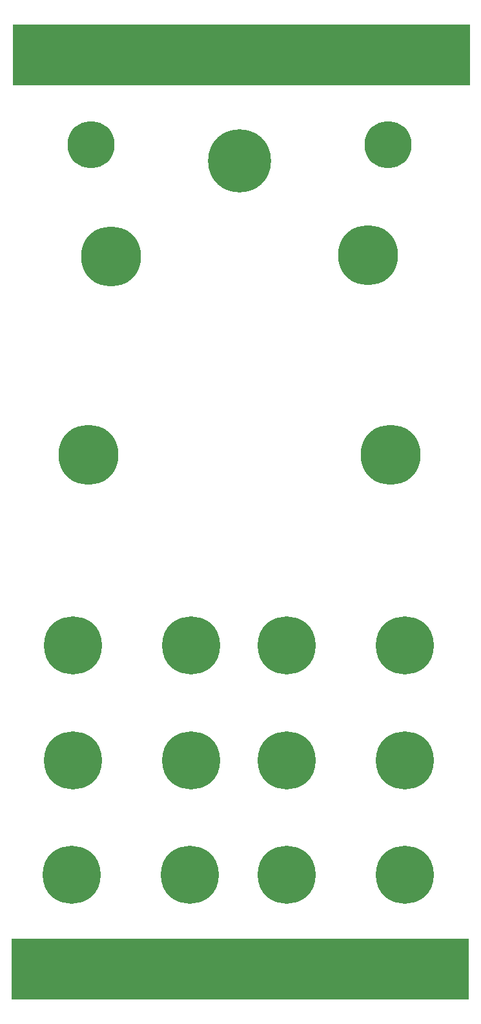
<source format=gbs>
G04 #@! TF.GenerationSoftware,KiCad,Pcbnew,7.0.5-0*
G04 #@! TF.CreationDate,2024-05-01T14:30:59-07:00*
G04 #@! TF.ProjectId,Sampler-built-FACEPLATE,53616d70-6c65-4722-9d62-75696c742d46,rev?*
G04 #@! TF.SameCoordinates,PX8165000PY80deb90*
G04 #@! TF.FileFunction,Soldermask,Bot*
G04 #@! TF.FilePolarity,Negative*
%FSLAX46Y46*%
G04 Gerber Fmt 4.6, Leading zero omitted, Abs format (unit mm)*
G04 Created by KiCad (PCBNEW 7.0.5-0) date 2024-05-01 14:30:59*
%MOMM*%
%LPD*%
G01*
G04 APERTURE LIST*
%ADD10R,60.000000X8.000000*%
%ADD11C,7.874000*%
%ADD12C,8.255000*%
%ADD13C,7.620000*%
%ADD14C,6.172200*%
%ADD15O,7.366000X4.191000*%
G04 APERTURE END LIST*
D10*
X30290000Y4160000D03*
X30410000Y123950000D03*
D11*
X47080000Y97720000D03*
D12*
X30193352Y110089922D03*
D13*
X23883352Y31539922D03*
D11*
X10383352Y71539922D03*
D13*
X8383352Y31539922D03*
X51911352Y16539922D03*
X8383352Y46539922D03*
X36383352Y31539922D03*
D14*
X49633352Y112189922D03*
D13*
X36383352Y16539922D03*
X36383352Y46539922D03*
X51911352Y46539922D03*
D11*
X13383352Y97539922D03*
D13*
X23883352Y46539922D03*
D11*
X50011352Y71539922D03*
D14*
X10761352Y112189922D03*
D13*
X8219152Y16494362D03*
X23719152Y16494362D03*
X51911352Y31539922D03*
D15*
X53052000Y2947200D03*
X7438000Y2947200D03*
X53052000Y125452800D03*
X7438000Y125452800D03*
M02*

</source>
